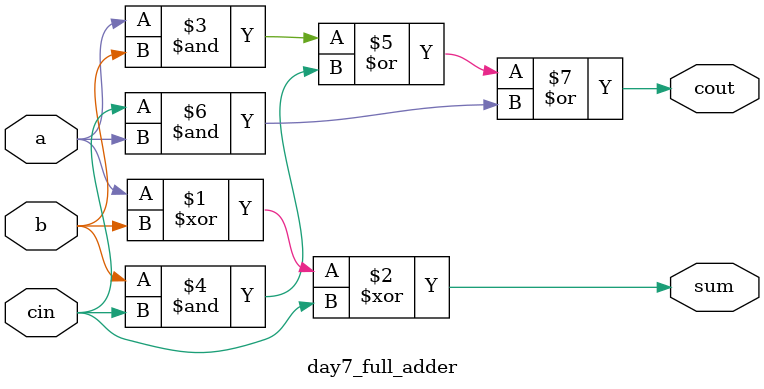
<source format=v>

module day7_full_adder(
    input wire a,
    input wire b,
    input wire cin,
    output wire sum,
    output wire cout
);

    // Sum is the XOR of all three inputs
    assign sum = a ^ b ^ cin;

    // Carry Out is true if any pair of inputs is true
    assign cout = (a & b) | (b & cin) | (cin & a);

endmodule

</source>
